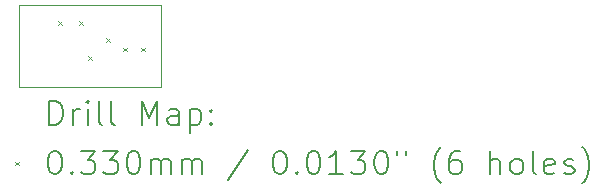
<source format=gbr>
%TF.GenerationSoftware,KiCad,Pcbnew,7.0.5*%
%TF.CreationDate,2023-06-08T01:46:04-04:00*%
%TF.ProjectId,TOPBOARD,544f5042-4f41-4524-942e-6b696361645f,rev?*%
%TF.SameCoordinates,Original*%
%TF.FileFunction,Drillmap*%
%TF.FilePolarity,Positive*%
%FSLAX45Y45*%
G04 Gerber Fmt 4.5, Leading zero omitted, Abs format (unit mm)*
G04 Created by KiCad (PCBNEW 7.0.5) date 2023-06-08 01:46:04*
%MOMM*%
%LPD*%
G01*
G04 APERTURE LIST*
%ADD10C,0.100000*%
%ADD11C,0.200000*%
%ADD12C,0.033020*%
G04 APERTURE END LIST*
D10*
X13866000Y-8319862D02*
X15066000Y-8319862D01*
X15066000Y-9019862D01*
X13866000Y-9019862D01*
X13866000Y-8319862D01*
D11*
D12*
X14192490Y-8458352D02*
X14225510Y-8491372D01*
X14225510Y-8458352D02*
X14192490Y-8491372D01*
X14376490Y-8457352D02*
X14409510Y-8490372D01*
X14409510Y-8457352D02*
X14376490Y-8490372D01*
X14450490Y-8753352D02*
X14483510Y-8786372D01*
X14483510Y-8753352D02*
X14450490Y-8786372D01*
X14603490Y-8599352D02*
X14636510Y-8632372D01*
X14636510Y-8599352D02*
X14603490Y-8632372D01*
X14749490Y-8683352D02*
X14782510Y-8716372D01*
X14782510Y-8683352D02*
X14749490Y-8716372D01*
X14899490Y-8683352D02*
X14932510Y-8716372D01*
X14932510Y-8683352D02*
X14899490Y-8716372D01*
D11*
X14121777Y-9336346D02*
X14121777Y-9136346D01*
X14121777Y-9136346D02*
X14169396Y-9136346D01*
X14169396Y-9136346D02*
X14197967Y-9145870D01*
X14197967Y-9145870D02*
X14217015Y-9164917D01*
X14217015Y-9164917D02*
X14226539Y-9183965D01*
X14226539Y-9183965D02*
X14236062Y-9222060D01*
X14236062Y-9222060D02*
X14236062Y-9250632D01*
X14236062Y-9250632D02*
X14226539Y-9288727D01*
X14226539Y-9288727D02*
X14217015Y-9307774D01*
X14217015Y-9307774D02*
X14197967Y-9326822D01*
X14197967Y-9326822D02*
X14169396Y-9336346D01*
X14169396Y-9336346D02*
X14121777Y-9336346D01*
X14321777Y-9336346D02*
X14321777Y-9203013D01*
X14321777Y-9241108D02*
X14331301Y-9222060D01*
X14331301Y-9222060D02*
X14340824Y-9212536D01*
X14340824Y-9212536D02*
X14359872Y-9203013D01*
X14359872Y-9203013D02*
X14378920Y-9203013D01*
X14445586Y-9336346D02*
X14445586Y-9203013D01*
X14445586Y-9136346D02*
X14436062Y-9145870D01*
X14436062Y-9145870D02*
X14445586Y-9155394D01*
X14445586Y-9155394D02*
X14455110Y-9145870D01*
X14455110Y-9145870D02*
X14445586Y-9136346D01*
X14445586Y-9136346D02*
X14445586Y-9155394D01*
X14569396Y-9336346D02*
X14550348Y-9326822D01*
X14550348Y-9326822D02*
X14540824Y-9307774D01*
X14540824Y-9307774D02*
X14540824Y-9136346D01*
X14674158Y-9336346D02*
X14655110Y-9326822D01*
X14655110Y-9326822D02*
X14645586Y-9307774D01*
X14645586Y-9307774D02*
X14645586Y-9136346D01*
X14902729Y-9336346D02*
X14902729Y-9136346D01*
X14902729Y-9136346D02*
X14969396Y-9279203D01*
X14969396Y-9279203D02*
X15036062Y-9136346D01*
X15036062Y-9136346D02*
X15036062Y-9336346D01*
X15217015Y-9336346D02*
X15217015Y-9231584D01*
X15217015Y-9231584D02*
X15207491Y-9212536D01*
X15207491Y-9212536D02*
X15188443Y-9203013D01*
X15188443Y-9203013D02*
X15150348Y-9203013D01*
X15150348Y-9203013D02*
X15131301Y-9212536D01*
X15217015Y-9326822D02*
X15197967Y-9336346D01*
X15197967Y-9336346D02*
X15150348Y-9336346D01*
X15150348Y-9336346D02*
X15131301Y-9326822D01*
X15131301Y-9326822D02*
X15121777Y-9307774D01*
X15121777Y-9307774D02*
X15121777Y-9288727D01*
X15121777Y-9288727D02*
X15131301Y-9269679D01*
X15131301Y-9269679D02*
X15150348Y-9260155D01*
X15150348Y-9260155D02*
X15197967Y-9260155D01*
X15197967Y-9260155D02*
X15217015Y-9250632D01*
X15312253Y-9203013D02*
X15312253Y-9403013D01*
X15312253Y-9212536D02*
X15331301Y-9203013D01*
X15331301Y-9203013D02*
X15369396Y-9203013D01*
X15369396Y-9203013D02*
X15388443Y-9212536D01*
X15388443Y-9212536D02*
X15397967Y-9222060D01*
X15397967Y-9222060D02*
X15407491Y-9241108D01*
X15407491Y-9241108D02*
X15407491Y-9298251D01*
X15407491Y-9298251D02*
X15397967Y-9317298D01*
X15397967Y-9317298D02*
X15388443Y-9326822D01*
X15388443Y-9326822D02*
X15369396Y-9336346D01*
X15369396Y-9336346D02*
X15331301Y-9336346D01*
X15331301Y-9336346D02*
X15312253Y-9326822D01*
X15493205Y-9317298D02*
X15502729Y-9326822D01*
X15502729Y-9326822D02*
X15493205Y-9336346D01*
X15493205Y-9336346D02*
X15483682Y-9326822D01*
X15483682Y-9326822D02*
X15493205Y-9317298D01*
X15493205Y-9317298D02*
X15493205Y-9336346D01*
X15493205Y-9212536D02*
X15502729Y-9222060D01*
X15502729Y-9222060D02*
X15493205Y-9231584D01*
X15493205Y-9231584D02*
X15483682Y-9222060D01*
X15483682Y-9222060D02*
X15493205Y-9212536D01*
X15493205Y-9212536D02*
X15493205Y-9231584D01*
D12*
X13827980Y-9648352D02*
X13861000Y-9681372D01*
X13861000Y-9648352D02*
X13827980Y-9681372D01*
D11*
X14159872Y-9556346D02*
X14178920Y-9556346D01*
X14178920Y-9556346D02*
X14197967Y-9565870D01*
X14197967Y-9565870D02*
X14207491Y-9575394D01*
X14207491Y-9575394D02*
X14217015Y-9594441D01*
X14217015Y-9594441D02*
X14226539Y-9632536D01*
X14226539Y-9632536D02*
X14226539Y-9680155D01*
X14226539Y-9680155D02*
X14217015Y-9718251D01*
X14217015Y-9718251D02*
X14207491Y-9737298D01*
X14207491Y-9737298D02*
X14197967Y-9746822D01*
X14197967Y-9746822D02*
X14178920Y-9756346D01*
X14178920Y-9756346D02*
X14159872Y-9756346D01*
X14159872Y-9756346D02*
X14140824Y-9746822D01*
X14140824Y-9746822D02*
X14131301Y-9737298D01*
X14131301Y-9737298D02*
X14121777Y-9718251D01*
X14121777Y-9718251D02*
X14112253Y-9680155D01*
X14112253Y-9680155D02*
X14112253Y-9632536D01*
X14112253Y-9632536D02*
X14121777Y-9594441D01*
X14121777Y-9594441D02*
X14131301Y-9575394D01*
X14131301Y-9575394D02*
X14140824Y-9565870D01*
X14140824Y-9565870D02*
X14159872Y-9556346D01*
X14312253Y-9737298D02*
X14321777Y-9746822D01*
X14321777Y-9746822D02*
X14312253Y-9756346D01*
X14312253Y-9756346D02*
X14302729Y-9746822D01*
X14302729Y-9746822D02*
X14312253Y-9737298D01*
X14312253Y-9737298D02*
X14312253Y-9756346D01*
X14388443Y-9556346D02*
X14512253Y-9556346D01*
X14512253Y-9556346D02*
X14445586Y-9632536D01*
X14445586Y-9632536D02*
X14474158Y-9632536D01*
X14474158Y-9632536D02*
X14493205Y-9642060D01*
X14493205Y-9642060D02*
X14502729Y-9651584D01*
X14502729Y-9651584D02*
X14512253Y-9670632D01*
X14512253Y-9670632D02*
X14512253Y-9718251D01*
X14512253Y-9718251D02*
X14502729Y-9737298D01*
X14502729Y-9737298D02*
X14493205Y-9746822D01*
X14493205Y-9746822D02*
X14474158Y-9756346D01*
X14474158Y-9756346D02*
X14417015Y-9756346D01*
X14417015Y-9756346D02*
X14397967Y-9746822D01*
X14397967Y-9746822D02*
X14388443Y-9737298D01*
X14578920Y-9556346D02*
X14702729Y-9556346D01*
X14702729Y-9556346D02*
X14636062Y-9632536D01*
X14636062Y-9632536D02*
X14664634Y-9632536D01*
X14664634Y-9632536D02*
X14683682Y-9642060D01*
X14683682Y-9642060D02*
X14693205Y-9651584D01*
X14693205Y-9651584D02*
X14702729Y-9670632D01*
X14702729Y-9670632D02*
X14702729Y-9718251D01*
X14702729Y-9718251D02*
X14693205Y-9737298D01*
X14693205Y-9737298D02*
X14683682Y-9746822D01*
X14683682Y-9746822D02*
X14664634Y-9756346D01*
X14664634Y-9756346D02*
X14607491Y-9756346D01*
X14607491Y-9756346D02*
X14588443Y-9746822D01*
X14588443Y-9746822D02*
X14578920Y-9737298D01*
X14826539Y-9556346D02*
X14845586Y-9556346D01*
X14845586Y-9556346D02*
X14864634Y-9565870D01*
X14864634Y-9565870D02*
X14874158Y-9575394D01*
X14874158Y-9575394D02*
X14883682Y-9594441D01*
X14883682Y-9594441D02*
X14893205Y-9632536D01*
X14893205Y-9632536D02*
X14893205Y-9680155D01*
X14893205Y-9680155D02*
X14883682Y-9718251D01*
X14883682Y-9718251D02*
X14874158Y-9737298D01*
X14874158Y-9737298D02*
X14864634Y-9746822D01*
X14864634Y-9746822D02*
X14845586Y-9756346D01*
X14845586Y-9756346D02*
X14826539Y-9756346D01*
X14826539Y-9756346D02*
X14807491Y-9746822D01*
X14807491Y-9746822D02*
X14797967Y-9737298D01*
X14797967Y-9737298D02*
X14788443Y-9718251D01*
X14788443Y-9718251D02*
X14778920Y-9680155D01*
X14778920Y-9680155D02*
X14778920Y-9632536D01*
X14778920Y-9632536D02*
X14788443Y-9594441D01*
X14788443Y-9594441D02*
X14797967Y-9575394D01*
X14797967Y-9575394D02*
X14807491Y-9565870D01*
X14807491Y-9565870D02*
X14826539Y-9556346D01*
X14978920Y-9756346D02*
X14978920Y-9623013D01*
X14978920Y-9642060D02*
X14988443Y-9632536D01*
X14988443Y-9632536D02*
X15007491Y-9623013D01*
X15007491Y-9623013D02*
X15036063Y-9623013D01*
X15036063Y-9623013D02*
X15055110Y-9632536D01*
X15055110Y-9632536D02*
X15064634Y-9651584D01*
X15064634Y-9651584D02*
X15064634Y-9756346D01*
X15064634Y-9651584D02*
X15074158Y-9632536D01*
X15074158Y-9632536D02*
X15093205Y-9623013D01*
X15093205Y-9623013D02*
X15121777Y-9623013D01*
X15121777Y-9623013D02*
X15140824Y-9632536D01*
X15140824Y-9632536D02*
X15150348Y-9651584D01*
X15150348Y-9651584D02*
X15150348Y-9756346D01*
X15245586Y-9756346D02*
X15245586Y-9623013D01*
X15245586Y-9642060D02*
X15255110Y-9632536D01*
X15255110Y-9632536D02*
X15274158Y-9623013D01*
X15274158Y-9623013D02*
X15302729Y-9623013D01*
X15302729Y-9623013D02*
X15321777Y-9632536D01*
X15321777Y-9632536D02*
X15331301Y-9651584D01*
X15331301Y-9651584D02*
X15331301Y-9756346D01*
X15331301Y-9651584D02*
X15340824Y-9632536D01*
X15340824Y-9632536D02*
X15359872Y-9623013D01*
X15359872Y-9623013D02*
X15388443Y-9623013D01*
X15388443Y-9623013D02*
X15407491Y-9632536D01*
X15407491Y-9632536D02*
X15417015Y-9651584D01*
X15417015Y-9651584D02*
X15417015Y-9756346D01*
X15807491Y-9546822D02*
X15636063Y-9803965D01*
X16064634Y-9556346D02*
X16083682Y-9556346D01*
X16083682Y-9556346D02*
X16102729Y-9565870D01*
X16102729Y-9565870D02*
X16112253Y-9575394D01*
X16112253Y-9575394D02*
X16121777Y-9594441D01*
X16121777Y-9594441D02*
X16131301Y-9632536D01*
X16131301Y-9632536D02*
X16131301Y-9680155D01*
X16131301Y-9680155D02*
X16121777Y-9718251D01*
X16121777Y-9718251D02*
X16112253Y-9737298D01*
X16112253Y-9737298D02*
X16102729Y-9746822D01*
X16102729Y-9746822D02*
X16083682Y-9756346D01*
X16083682Y-9756346D02*
X16064634Y-9756346D01*
X16064634Y-9756346D02*
X16045586Y-9746822D01*
X16045586Y-9746822D02*
X16036063Y-9737298D01*
X16036063Y-9737298D02*
X16026539Y-9718251D01*
X16026539Y-9718251D02*
X16017015Y-9680155D01*
X16017015Y-9680155D02*
X16017015Y-9632536D01*
X16017015Y-9632536D02*
X16026539Y-9594441D01*
X16026539Y-9594441D02*
X16036063Y-9575394D01*
X16036063Y-9575394D02*
X16045586Y-9565870D01*
X16045586Y-9565870D02*
X16064634Y-9556346D01*
X16217015Y-9737298D02*
X16226539Y-9746822D01*
X16226539Y-9746822D02*
X16217015Y-9756346D01*
X16217015Y-9756346D02*
X16207491Y-9746822D01*
X16207491Y-9746822D02*
X16217015Y-9737298D01*
X16217015Y-9737298D02*
X16217015Y-9756346D01*
X16350348Y-9556346D02*
X16369396Y-9556346D01*
X16369396Y-9556346D02*
X16388444Y-9565870D01*
X16388444Y-9565870D02*
X16397967Y-9575394D01*
X16397967Y-9575394D02*
X16407491Y-9594441D01*
X16407491Y-9594441D02*
X16417015Y-9632536D01*
X16417015Y-9632536D02*
X16417015Y-9680155D01*
X16417015Y-9680155D02*
X16407491Y-9718251D01*
X16407491Y-9718251D02*
X16397967Y-9737298D01*
X16397967Y-9737298D02*
X16388444Y-9746822D01*
X16388444Y-9746822D02*
X16369396Y-9756346D01*
X16369396Y-9756346D02*
X16350348Y-9756346D01*
X16350348Y-9756346D02*
X16331301Y-9746822D01*
X16331301Y-9746822D02*
X16321777Y-9737298D01*
X16321777Y-9737298D02*
X16312253Y-9718251D01*
X16312253Y-9718251D02*
X16302729Y-9680155D01*
X16302729Y-9680155D02*
X16302729Y-9632536D01*
X16302729Y-9632536D02*
X16312253Y-9594441D01*
X16312253Y-9594441D02*
X16321777Y-9575394D01*
X16321777Y-9575394D02*
X16331301Y-9565870D01*
X16331301Y-9565870D02*
X16350348Y-9556346D01*
X16607491Y-9756346D02*
X16493206Y-9756346D01*
X16550348Y-9756346D02*
X16550348Y-9556346D01*
X16550348Y-9556346D02*
X16531301Y-9584917D01*
X16531301Y-9584917D02*
X16512253Y-9603965D01*
X16512253Y-9603965D02*
X16493206Y-9613489D01*
X16674158Y-9556346D02*
X16797968Y-9556346D01*
X16797968Y-9556346D02*
X16731301Y-9632536D01*
X16731301Y-9632536D02*
X16759872Y-9632536D01*
X16759872Y-9632536D02*
X16778920Y-9642060D01*
X16778920Y-9642060D02*
X16788444Y-9651584D01*
X16788444Y-9651584D02*
X16797968Y-9670632D01*
X16797968Y-9670632D02*
X16797968Y-9718251D01*
X16797968Y-9718251D02*
X16788444Y-9737298D01*
X16788444Y-9737298D02*
X16778920Y-9746822D01*
X16778920Y-9746822D02*
X16759872Y-9756346D01*
X16759872Y-9756346D02*
X16702729Y-9756346D01*
X16702729Y-9756346D02*
X16683682Y-9746822D01*
X16683682Y-9746822D02*
X16674158Y-9737298D01*
X16921777Y-9556346D02*
X16940825Y-9556346D01*
X16940825Y-9556346D02*
X16959872Y-9565870D01*
X16959872Y-9565870D02*
X16969396Y-9575394D01*
X16969396Y-9575394D02*
X16978920Y-9594441D01*
X16978920Y-9594441D02*
X16988444Y-9632536D01*
X16988444Y-9632536D02*
X16988444Y-9680155D01*
X16988444Y-9680155D02*
X16978920Y-9718251D01*
X16978920Y-9718251D02*
X16969396Y-9737298D01*
X16969396Y-9737298D02*
X16959872Y-9746822D01*
X16959872Y-9746822D02*
X16940825Y-9756346D01*
X16940825Y-9756346D02*
X16921777Y-9756346D01*
X16921777Y-9756346D02*
X16902729Y-9746822D01*
X16902729Y-9746822D02*
X16893206Y-9737298D01*
X16893206Y-9737298D02*
X16883682Y-9718251D01*
X16883682Y-9718251D02*
X16874158Y-9680155D01*
X16874158Y-9680155D02*
X16874158Y-9632536D01*
X16874158Y-9632536D02*
X16883682Y-9594441D01*
X16883682Y-9594441D02*
X16893206Y-9575394D01*
X16893206Y-9575394D02*
X16902729Y-9565870D01*
X16902729Y-9565870D02*
X16921777Y-9556346D01*
X17064634Y-9556346D02*
X17064634Y-9594441D01*
X17140825Y-9556346D02*
X17140825Y-9594441D01*
X17436063Y-9832536D02*
X17426539Y-9823013D01*
X17426539Y-9823013D02*
X17407491Y-9794441D01*
X17407491Y-9794441D02*
X17397968Y-9775394D01*
X17397968Y-9775394D02*
X17388444Y-9746822D01*
X17388444Y-9746822D02*
X17378920Y-9699203D01*
X17378920Y-9699203D02*
X17378920Y-9661108D01*
X17378920Y-9661108D02*
X17388444Y-9613489D01*
X17388444Y-9613489D02*
X17397968Y-9584917D01*
X17397968Y-9584917D02*
X17407491Y-9565870D01*
X17407491Y-9565870D02*
X17426539Y-9537298D01*
X17426539Y-9537298D02*
X17436063Y-9527774D01*
X17597968Y-9556346D02*
X17559872Y-9556346D01*
X17559872Y-9556346D02*
X17540825Y-9565870D01*
X17540825Y-9565870D02*
X17531301Y-9575394D01*
X17531301Y-9575394D02*
X17512253Y-9603965D01*
X17512253Y-9603965D02*
X17502730Y-9642060D01*
X17502730Y-9642060D02*
X17502730Y-9718251D01*
X17502730Y-9718251D02*
X17512253Y-9737298D01*
X17512253Y-9737298D02*
X17521777Y-9746822D01*
X17521777Y-9746822D02*
X17540825Y-9756346D01*
X17540825Y-9756346D02*
X17578920Y-9756346D01*
X17578920Y-9756346D02*
X17597968Y-9746822D01*
X17597968Y-9746822D02*
X17607491Y-9737298D01*
X17607491Y-9737298D02*
X17617015Y-9718251D01*
X17617015Y-9718251D02*
X17617015Y-9670632D01*
X17617015Y-9670632D02*
X17607491Y-9651584D01*
X17607491Y-9651584D02*
X17597968Y-9642060D01*
X17597968Y-9642060D02*
X17578920Y-9632536D01*
X17578920Y-9632536D02*
X17540825Y-9632536D01*
X17540825Y-9632536D02*
X17521777Y-9642060D01*
X17521777Y-9642060D02*
X17512253Y-9651584D01*
X17512253Y-9651584D02*
X17502730Y-9670632D01*
X17855111Y-9756346D02*
X17855111Y-9556346D01*
X17940825Y-9756346D02*
X17940825Y-9651584D01*
X17940825Y-9651584D02*
X17931301Y-9632536D01*
X17931301Y-9632536D02*
X17912253Y-9623013D01*
X17912253Y-9623013D02*
X17883682Y-9623013D01*
X17883682Y-9623013D02*
X17864634Y-9632536D01*
X17864634Y-9632536D02*
X17855111Y-9642060D01*
X18064634Y-9756346D02*
X18045587Y-9746822D01*
X18045587Y-9746822D02*
X18036063Y-9737298D01*
X18036063Y-9737298D02*
X18026539Y-9718251D01*
X18026539Y-9718251D02*
X18026539Y-9661108D01*
X18026539Y-9661108D02*
X18036063Y-9642060D01*
X18036063Y-9642060D02*
X18045587Y-9632536D01*
X18045587Y-9632536D02*
X18064634Y-9623013D01*
X18064634Y-9623013D02*
X18093206Y-9623013D01*
X18093206Y-9623013D02*
X18112253Y-9632536D01*
X18112253Y-9632536D02*
X18121777Y-9642060D01*
X18121777Y-9642060D02*
X18131301Y-9661108D01*
X18131301Y-9661108D02*
X18131301Y-9718251D01*
X18131301Y-9718251D02*
X18121777Y-9737298D01*
X18121777Y-9737298D02*
X18112253Y-9746822D01*
X18112253Y-9746822D02*
X18093206Y-9756346D01*
X18093206Y-9756346D02*
X18064634Y-9756346D01*
X18245587Y-9756346D02*
X18226539Y-9746822D01*
X18226539Y-9746822D02*
X18217015Y-9727774D01*
X18217015Y-9727774D02*
X18217015Y-9556346D01*
X18397968Y-9746822D02*
X18378920Y-9756346D01*
X18378920Y-9756346D02*
X18340825Y-9756346D01*
X18340825Y-9756346D02*
X18321777Y-9746822D01*
X18321777Y-9746822D02*
X18312253Y-9727774D01*
X18312253Y-9727774D02*
X18312253Y-9651584D01*
X18312253Y-9651584D02*
X18321777Y-9632536D01*
X18321777Y-9632536D02*
X18340825Y-9623013D01*
X18340825Y-9623013D02*
X18378920Y-9623013D01*
X18378920Y-9623013D02*
X18397968Y-9632536D01*
X18397968Y-9632536D02*
X18407492Y-9651584D01*
X18407492Y-9651584D02*
X18407492Y-9670632D01*
X18407492Y-9670632D02*
X18312253Y-9689679D01*
X18483682Y-9746822D02*
X18502730Y-9756346D01*
X18502730Y-9756346D02*
X18540825Y-9756346D01*
X18540825Y-9756346D02*
X18559873Y-9746822D01*
X18559873Y-9746822D02*
X18569396Y-9727774D01*
X18569396Y-9727774D02*
X18569396Y-9718251D01*
X18569396Y-9718251D02*
X18559873Y-9699203D01*
X18559873Y-9699203D02*
X18540825Y-9689679D01*
X18540825Y-9689679D02*
X18512253Y-9689679D01*
X18512253Y-9689679D02*
X18493206Y-9680155D01*
X18493206Y-9680155D02*
X18483682Y-9661108D01*
X18483682Y-9661108D02*
X18483682Y-9651584D01*
X18483682Y-9651584D02*
X18493206Y-9632536D01*
X18493206Y-9632536D02*
X18512253Y-9623013D01*
X18512253Y-9623013D02*
X18540825Y-9623013D01*
X18540825Y-9623013D02*
X18559873Y-9632536D01*
X18636063Y-9832536D02*
X18645587Y-9823013D01*
X18645587Y-9823013D02*
X18664634Y-9794441D01*
X18664634Y-9794441D02*
X18674158Y-9775394D01*
X18674158Y-9775394D02*
X18683682Y-9746822D01*
X18683682Y-9746822D02*
X18693206Y-9699203D01*
X18693206Y-9699203D02*
X18693206Y-9661108D01*
X18693206Y-9661108D02*
X18683682Y-9613489D01*
X18683682Y-9613489D02*
X18674158Y-9584917D01*
X18674158Y-9584917D02*
X18664634Y-9565870D01*
X18664634Y-9565870D02*
X18645587Y-9537298D01*
X18645587Y-9537298D02*
X18636063Y-9527774D01*
M02*

</source>
